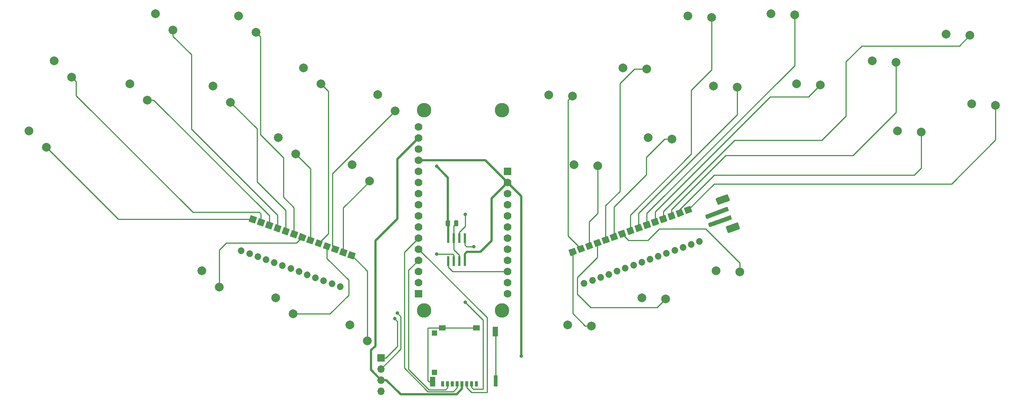
<source format=gbr>
G04 #@! TF.GenerationSoftware,KiCad,Pcbnew,5.1.5*
G04 #@! TF.CreationDate,2020-05-14T17:03:41-05:00*
G04 #@! TF.ProjectId,steno-v2,7374656e-6f2d-4763-922e-6b696361645f,rev?*
G04 #@! TF.SameCoordinates,Original*
G04 #@! TF.FileFunction,Copper,L1,Top*
G04 #@! TF.FilePolarity,Positive*
%FSLAX46Y46*%
G04 Gerber Fmt 4.6, Leading zero omitted, Abs format (unit mm)*
G04 Created by KiCad (PCBNEW 5.1.5) date 2020-05-14 17:03:41*
%MOMM*%
%LPD*%
G04 APERTURE LIST*
%ADD10C,2.000000*%
%ADD11O,1.700000X1.700000*%
%ADD12R,1.700000X1.700000*%
%ADD13R,1.500000X1.150000*%
%ADD14R,1.150000X2.200000*%
%ADD15R,1.160000X1.200000*%
%ADD16R,1.160000X1.250000*%
%ADD17R,0.950000X2.500000*%
%ADD18R,0.800000X1.240000*%
%ADD19R,0.600000X2.200000*%
%ADD20C,0.100000*%
%ADD21C,1.500000*%
%ADD22C,1.778000*%
%ADD23R,1.778000X1.778000*%
%ADD24C,3.302000*%
%ADD25C,0.800000*%
%ADD26C,0.254000*%
%ADD27C,0.508000*%
G04 APERTURE END LIST*
D10*
X197202217Y-47550001D03*
X191785511Y-47286748D03*
X271016449Y-39839018D03*
X265599743Y-39575765D03*
X265202108Y-23864243D03*
X259785402Y-23600990D03*
X212636170Y-77916165D03*
X207219464Y-77652912D03*
X195721702Y-84072528D03*
X190304996Y-83809275D03*
X178807235Y-90228890D03*
X173390529Y-89965637D03*
X127691662Y-93651060D03*
X123711441Y-89967605D03*
X110777195Y-87494697D03*
X106796974Y-83811242D03*
X93862728Y-81338334D03*
X89882507Y-77654879D03*
X254101983Y-45995380D03*
X248685277Y-45732127D03*
X231031152Y-35237277D03*
X225614446Y-34974024D03*
X212064565Y-35755482D03*
X206647859Y-35492229D03*
X180287750Y-53706363D03*
X174871044Y-53443110D03*
X128208140Y-57119269D03*
X124227919Y-53435814D03*
X111296633Y-50967508D03*
X107316412Y-47284053D03*
X96434287Y-39172989D03*
X92454066Y-35489534D03*
X77467699Y-38654782D03*
X73487478Y-34971327D03*
X54396869Y-49412887D03*
X50416648Y-45729432D03*
X248287640Y-30020606D03*
X242870934Y-29757353D03*
X225216810Y-19262501D03*
X219800104Y-18999248D03*
X206250222Y-19780708D03*
X200833516Y-19517455D03*
X191387875Y-31575227D03*
X185971169Y-31311974D03*
X174473408Y-37731589D03*
X169056702Y-37468336D03*
X134025443Y-41149095D03*
X130045222Y-37465640D03*
X117110975Y-34992732D03*
X113130754Y-31309277D03*
X102248630Y-23198215D03*
X98268409Y-19514760D03*
X83282042Y-22680008D03*
X79301821Y-18996553D03*
X60211212Y-33438113D03*
X56230991Y-29754658D03*
D11*
X130800000Y-105120000D03*
X130800000Y-102580000D03*
X130800000Y-100040000D03*
D12*
X130800000Y-97500000D03*
D13*
X144760000Y-90700000D03*
X152540000Y-90700000D03*
D14*
X156845000Y-91495000D03*
D15*
X142960000Y-91825000D03*
D16*
X142960000Y-100825000D03*
D14*
X142555000Y-102975000D03*
D17*
X156945000Y-102825000D03*
D18*
X144900000Y-103455000D03*
X146000000Y-103455000D03*
X147100000Y-103455000D03*
X148200000Y-103455000D03*
X149300000Y-103455000D03*
X150400000Y-103455000D03*
X151500000Y-103455000D03*
X152600000Y-103455000D03*
D19*
X149905000Y-75400000D03*
X149905000Y-70200000D03*
X148635000Y-75400000D03*
X148635000Y-70200000D03*
X147365000Y-75400000D03*
X147365000Y-70200000D03*
X146095000Y-75400000D03*
X146095000Y-70200000D03*
G04 #@! TA.AperFunction,SMDPad,CuDef*
D20*
G36*
X146330142Y-66101174D02*
G01*
X146353803Y-66104684D01*
X146377007Y-66110496D01*
X146399529Y-66118554D01*
X146421153Y-66128782D01*
X146441670Y-66141079D01*
X146460883Y-66155329D01*
X146478607Y-66171393D01*
X146494671Y-66189117D01*
X146508921Y-66208330D01*
X146521218Y-66228847D01*
X146531446Y-66250471D01*
X146539504Y-66272993D01*
X146545316Y-66296197D01*
X146548826Y-66319858D01*
X146550000Y-66343750D01*
X146550000Y-67256250D01*
X146548826Y-67280142D01*
X146545316Y-67303803D01*
X146539504Y-67327007D01*
X146531446Y-67349529D01*
X146521218Y-67371153D01*
X146508921Y-67391670D01*
X146494671Y-67410883D01*
X146478607Y-67428607D01*
X146460883Y-67444671D01*
X146441670Y-67458921D01*
X146421153Y-67471218D01*
X146399529Y-67481446D01*
X146377007Y-67489504D01*
X146353803Y-67495316D01*
X146330142Y-67498826D01*
X146306250Y-67500000D01*
X145818750Y-67500000D01*
X145794858Y-67498826D01*
X145771197Y-67495316D01*
X145747993Y-67489504D01*
X145725471Y-67481446D01*
X145703847Y-67471218D01*
X145683330Y-67458921D01*
X145664117Y-67444671D01*
X145646393Y-67428607D01*
X145630329Y-67410883D01*
X145616079Y-67391670D01*
X145603782Y-67371153D01*
X145593554Y-67349529D01*
X145585496Y-67327007D01*
X145579684Y-67303803D01*
X145576174Y-67280142D01*
X145575000Y-67256250D01*
X145575000Y-66343750D01*
X145576174Y-66319858D01*
X145579684Y-66296197D01*
X145585496Y-66272993D01*
X145593554Y-66250471D01*
X145603782Y-66228847D01*
X145616079Y-66208330D01*
X145630329Y-66189117D01*
X145646393Y-66171393D01*
X145664117Y-66155329D01*
X145683330Y-66141079D01*
X145703847Y-66128782D01*
X145725471Y-66118554D01*
X145747993Y-66110496D01*
X145771197Y-66104684D01*
X145794858Y-66101174D01*
X145818750Y-66100000D01*
X146306250Y-66100000D01*
X146330142Y-66101174D01*
G37*
G04 #@! TD.AperFunction*
G04 #@! TA.AperFunction,SMDPad,CuDef*
G36*
X148205142Y-66101174D02*
G01*
X148228803Y-66104684D01*
X148252007Y-66110496D01*
X148274529Y-66118554D01*
X148296153Y-66128782D01*
X148316670Y-66141079D01*
X148335883Y-66155329D01*
X148353607Y-66171393D01*
X148369671Y-66189117D01*
X148383921Y-66208330D01*
X148396218Y-66228847D01*
X148406446Y-66250471D01*
X148414504Y-66272993D01*
X148420316Y-66296197D01*
X148423826Y-66319858D01*
X148425000Y-66343750D01*
X148425000Y-67256250D01*
X148423826Y-67280142D01*
X148420316Y-67303803D01*
X148414504Y-67327007D01*
X148406446Y-67349529D01*
X148396218Y-67371153D01*
X148383921Y-67391670D01*
X148369671Y-67410883D01*
X148353607Y-67428607D01*
X148335883Y-67444671D01*
X148316670Y-67458921D01*
X148296153Y-67471218D01*
X148274529Y-67481446D01*
X148252007Y-67489504D01*
X148228803Y-67495316D01*
X148205142Y-67498826D01*
X148181250Y-67500000D01*
X147693750Y-67500000D01*
X147669858Y-67498826D01*
X147646197Y-67495316D01*
X147622993Y-67489504D01*
X147600471Y-67481446D01*
X147578847Y-67471218D01*
X147558330Y-67458921D01*
X147539117Y-67444671D01*
X147521393Y-67428607D01*
X147505329Y-67410883D01*
X147491079Y-67391670D01*
X147478782Y-67371153D01*
X147468554Y-67349529D01*
X147460496Y-67327007D01*
X147454684Y-67303803D01*
X147451174Y-67280142D01*
X147450000Y-67256250D01*
X147450000Y-66343750D01*
X147451174Y-66319858D01*
X147454684Y-66296197D01*
X147460496Y-66272993D01*
X147468554Y-66250471D01*
X147478782Y-66228847D01*
X147491079Y-66208330D01*
X147505329Y-66189117D01*
X147521393Y-66171393D01*
X147539117Y-66155329D01*
X147558330Y-66141079D01*
X147578847Y-66128782D01*
X147600471Y-66118554D01*
X147622993Y-66110496D01*
X147646197Y-66104684D01*
X147669858Y-66101174D01*
X147693750Y-66100000D01*
X148181250Y-66100000D01*
X148205142Y-66101174D01*
G37*
G04 #@! TD.AperFunction*
D21*
X203461154Y-70925335D02*
X203461154Y-70925335D01*
G04 #@! TA.AperFunction,ComponentPad*
D20*
G36*
X199893676Y-63316623D02*
G01*
X201303215Y-62803592D01*
X201816246Y-64213131D01*
X200406707Y-64726162D01*
X199893676Y-63316623D01*
G37*
G04 #@! TD.AperFunction*
D21*
X197822998Y-72977456D02*
X197822998Y-72977456D01*
G04 #@! TA.AperFunction,ComponentPad*
D20*
G36*
X194255520Y-65368744D02*
G01*
X195665059Y-64855713D01*
X196178090Y-66265252D01*
X194768551Y-66778283D01*
X194255520Y-65368744D01*
G37*
G04 #@! TD.AperFunction*
D21*
X188426072Y-76397657D02*
X188426072Y-76397657D01*
G04 #@! TA.AperFunction,ComponentPad*
D20*
G36*
X184858594Y-68788945D02*
G01*
X186268133Y-68275914D01*
X186781164Y-69685453D01*
X185371625Y-70198484D01*
X184858594Y-68788945D01*
G37*
G04 #@! TD.AperFunction*
D21*
X182787916Y-78449778D02*
X182787916Y-78449778D01*
G04 #@! TA.AperFunction,ComponentPad*
D20*
G36*
X179220438Y-70841066D02*
G01*
X180629977Y-70328035D01*
X181143008Y-71737574D01*
X179733469Y-72250605D01*
X179220438Y-70841066D01*
G37*
G04 #@! TD.AperFunction*
D21*
X177149760Y-80501899D02*
X177149760Y-80501899D01*
G04 #@! TA.AperFunction,ComponentPad*
D20*
G36*
X173582282Y-72893187D02*
G01*
X174991821Y-72380156D01*
X175504852Y-73789695D01*
X174095313Y-74302726D01*
X173582282Y-72893187D01*
G37*
G04 #@! TD.AperFunction*
D21*
X121478996Y-81271686D02*
X121478996Y-81271686D01*
G04 #@! TA.AperFunction,ComponentPad*
D20*
G36*
X123636935Y-73149943D02*
G01*
X125046474Y-73662974D01*
X124533443Y-75072513D01*
X123123904Y-74559482D01*
X123636935Y-73149943D01*
G37*
G04 #@! TD.AperFunction*
D21*
X115840840Y-79219565D02*
X115840840Y-79219565D01*
G04 #@! TA.AperFunction,ComponentPad*
D20*
G36*
X117998779Y-71097822D02*
G01*
X119408318Y-71610853D01*
X118895287Y-73020392D01*
X117485748Y-72507361D01*
X117998779Y-71097822D01*
G37*
G04 #@! TD.AperFunction*
D21*
X110202685Y-77167444D02*
X110202685Y-77167444D01*
G04 #@! TA.AperFunction,ComponentPad*
D20*
G36*
X112360624Y-69045701D02*
G01*
X113770163Y-69558732D01*
X113257132Y-70968271D01*
X111847593Y-70455240D01*
X112360624Y-69045701D01*
G37*
G04 #@! TD.AperFunction*
D21*
X201581768Y-71609376D02*
X201581768Y-71609376D01*
G04 #@! TA.AperFunction,ComponentPad*
D20*
G36*
X198014290Y-64000664D02*
G01*
X199423829Y-63487633D01*
X199936860Y-64897172D01*
X198527321Y-65410203D01*
X198014290Y-64000664D01*
G37*
G04 #@! TD.AperFunction*
D21*
X195943613Y-73661496D02*
X195943613Y-73661496D01*
G04 #@! TA.AperFunction,ComponentPad*
D20*
G36*
X192376135Y-66052784D02*
G01*
X193785674Y-65539753D01*
X194298705Y-66949292D01*
X192889166Y-67462323D01*
X192376135Y-66052784D01*
G37*
G04 #@! TD.AperFunction*
D21*
X192184842Y-75029577D02*
X192184842Y-75029577D01*
G04 #@! TA.AperFunction,ComponentPad*
D20*
G36*
X188617364Y-67420865D02*
G01*
X190026903Y-66907834D01*
X190539934Y-68317373D01*
X189130395Y-68830404D01*
X188617364Y-67420865D01*
G37*
G04 #@! TD.AperFunction*
D21*
X186546686Y-77081698D02*
X186546686Y-77081698D01*
G04 #@! TA.AperFunction,ComponentPad*
D20*
G36*
X182979208Y-69472986D02*
G01*
X184388747Y-68959955D01*
X184901778Y-70369494D01*
X183492239Y-70882525D01*
X182979208Y-69472986D01*
G37*
G04 #@! TD.AperFunction*
D21*
X180908530Y-79133819D02*
X180908530Y-79133819D01*
G04 #@! TA.AperFunction,ComponentPad*
D20*
G36*
X177341052Y-71525107D02*
G01*
X178750591Y-71012076D01*
X179263622Y-72421615D01*
X177854083Y-72934646D01*
X177341052Y-71525107D01*
G37*
G04 #@! TD.AperFunction*
D21*
X119599611Y-80587646D02*
X119599611Y-80587646D01*
G04 #@! TA.AperFunction,ComponentPad*
D20*
G36*
X121757550Y-72465903D02*
G01*
X123167089Y-72978934D01*
X122654058Y-74388473D01*
X121244519Y-73875442D01*
X121757550Y-72465903D01*
G37*
G04 #@! TD.AperFunction*
D21*
X112082070Y-77851485D02*
X112082070Y-77851485D01*
G04 #@! TA.AperFunction,ComponentPad*
D20*
G36*
X114240009Y-69729742D02*
G01*
X115649548Y-70242773D01*
X115136517Y-71652312D01*
X113726978Y-71139281D01*
X114240009Y-69729742D01*
G37*
G04 #@! TD.AperFunction*
D21*
X106443914Y-75799364D02*
X106443914Y-75799364D01*
G04 #@! TA.AperFunction,ComponentPad*
D20*
G36*
X108601853Y-67677621D02*
G01*
X110011392Y-68190652D01*
X109498361Y-69600191D01*
X108088822Y-69087160D01*
X108601853Y-67677621D01*
G37*
G04 #@! TD.AperFunction*
D21*
X102685144Y-74431283D02*
X102685144Y-74431283D01*
G04 #@! TA.AperFunction,ComponentPad*
D20*
G36*
X104843083Y-66309540D02*
G01*
X106252622Y-66822571D01*
X105739591Y-68232110D01*
X104330052Y-67719079D01*
X104843083Y-66309540D01*
G37*
G04 #@! TD.AperFunction*
D21*
X98926373Y-73063203D02*
X98926373Y-73063203D01*
G04 #@! TA.AperFunction,ComponentPad*
D20*
G36*
X101084312Y-64941460D02*
G01*
X102493851Y-65454491D01*
X101980820Y-66864030D01*
X100571281Y-66350999D01*
X101084312Y-64941460D01*
G37*
G04 #@! TD.AperFunction*
D21*
X199702383Y-72293416D02*
X199702383Y-72293416D01*
G04 #@! TA.AperFunction,ComponentPad*
D20*
G36*
X196134905Y-64684704D02*
G01*
X197544444Y-64171673D01*
X198057475Y-65581212D01*
X196647936Y-66094243D01*
X196134905Y-64684704D01*
G37*
G04 #@! TD.AperFunction*
D21*
X194064227Y-74345536D02*
X194064227Y-74345536D01*
G04 #@! TA.AperFunction,ComponentPad*
D20*
G36*
X190496749Y-66736824D02*
G01*
X191906288Y-66223793D01*
X192419319Y-67633332D01*
X191009780Y-68146363D01*
X190496749Y-66736824D01*
G37*
G04 #@! TD.AperFunction*
D21*
X190305457Y-75713617D02*
X190305457Y-75713617D01*
G04 #@! TA.AperFunction,ComponentPad*
D20*
G36*
X186737979Y-68104905D02*
G01*
X188147518Y-67591874D01*
X188660549Y-69001413D01*
X187251010Y-69514444D01*
X186737979Y-68104905D01*
G37*
G04 #@! TD.AperFunction*
D21*
X184667301Y-77765738D02*
X184667301Y-77765738D01*
G04 #@! TA.AperFunction,ComponentPad*
D20*
G36*
X181099823Y-70157026D02*
G01*
X182509362Y-69643995D01*
X183022393Y-71053534D01*
X181612854Y-71566565D01*
X181099823Y-70157026D01*
G37*
G04 #@! TD.AperFunction*
D21*
X179029145Y-79817859D02*
X179029145Y-79817859D01*
G04 #@! TA.AperFunction,ComponentPad*
D20*
G36*
X175461667Y-72209147D02*
G01*
X176871206Y-71696116D01*
X177384237Y-73105655D01*
X175974698Y-73618686D01*
X175461667Y-72209147D01*
G37*
G04 #@! TD.AperFunction*
D21*
X117720226Y-79903605D02*
X117720226Y-79903605D01*
G04 #@! TA.AperFunction,ComponentPad*
D20*
G36*
X119878165Y-71781862D02*
G01*
X121287704Y-72294893D01*
X120774673Y-73704432D01*
X119365134Y-73191401D01*
X119878165Y-71781862D01*
G37*
G04 #@! TD.AperFunction*
D21*
X113961455Y-78535525D02*
X113961455Y-78535525D01*
G04 #@! TA.AperFunction,ComponentPad*
D20*
G36*
X116119394Y-70413782D02*
G01*
X117528933Y-70926813D01*
X117015902Y-72336352D01*
X115606363Y-71823321D01*
X116119394Y-70413782D01*
G37*
G04 #@! TD.AperFunction*
D21*
X108323299Y-76483404D02*
X108323299Y-76483404D01*
G04 #@! TA.AperFunction,ComponentPad*
D20*
G36*
X110481238Y-68361661D02*
G01*
X111890777Y-68874692D01*
X111377746Y-70284231D01*
X109968207Y-69771200D01*
X110481238Y-68361661D01*
G37*
G04 #@! TD.AperFunction*
D21*
X104564529Y-75115323D02*
X104564529Y-75115323D01*
G04 #@! TA.AperFunction,ComponentPad*
D20*
G36*
X106722468Y-66993580D02*
G01*
X108132007Y-67506611D01*
X107618976Y-68916150D01*
X106209437Y-68403119D01*
X106722468Y-66993580D01*
G37*
G04 #@! TD.AperFunction*
D21*
X100805758Y-73747243D02*
X100805758Y-73747243D01*
G04 #@! TA.AperFunction,ComponentPad*
D20*
G36*
X102963697Y-65625500D02*
G01*
X104373236Y-66138531D01*
X103860205Y-67548070D01*
X102450666Y-67035039D01*
X102963697Y-65625500D01*
G37*
G04 #@! TD.AperFunction*
G04 #@! TA.AperFunction,SMDPad,CuDef*
G36*
X212129169Y-66604573D02*
G01*
X212153258Y-66609228D01*
X212176773Y-66616222D01*
X212199491Y-66625487D01*
X212221190Y-66636934D01*
X212241663Y-66650453D01*
X212260713Y-66665913D01*
X212278155Y-66683166D01*
X212293823Y-66702046D01*
X212307564Y-66722371D01*
X212319247Y-66743944D01*
X212328759Y-66766559D01*
X212704981Y-67800221D01*
X212712231Y-67823659D01*
X212717148Y-67847695D01*
X212719686Y-67872097D01*
X212719820Y-67896631D01*
X212717549Y-67921059D01*
X212712894Y-67945148D01*
X212705900Y-67968663D01*
X212696635Y-67991381D01*
X212685188Y-68013080D01*
X212671669Y-68033553D01*
X212656209Y-68052603D01*
X212638956Y-68070045D01*
X212620076Y-68085713D01*
X212599751Y-68099454D01*
X212578178Y-68111137D01*
X212555563Y-68120649D01*
X210206331Y-68975699D01*
X210182893Y-68982949D01*
X210158857Y-68987866D01*
X210134455Y-68990404D01*
X210109921Y-68990538D01*
X210085493Y-68988267D01*
X210061404Y-68983612D01*
X210037889Y-68976618D01*
X210015171Y-68967353D01*
X209993472Y-68955906D01*
X209972999Y-68942387D01*
X209953949Y-68926927D01*
X209936507Y-68909674D01*
X209920839Y-68890794D01*
X209907098Y-68870469D01*
X209895415Y-68848896D01*
X209885903Y-68826281D01*
X209509681Y-67792619D01*
X209502431Y-67769181D01*
X209497514Y-67745145D01*
X209494976Y-67720743D01*
X209494842Y-67696209D01*
X209497113Y-67671781D01*
X209501768Y-67647692D01*
X209508762Y-67624177D01*
X209518027Y-67601459D01*
X209529474Y-67579760D01*
X209542993Y-67559287D01*
X209558453Y-67540237D01*
X209575706Y-67522795D01*
X209594586Y-67507127D01*
X209614911Y-67493386D01*
X209636484Y-67481703D01*
X209659099Y-67472191D01*
X212008331Y-66617141D01*
X212031769Y-66609891D01*
X212055805Y-66604974D01*
X212080207Y-66602436D01*
X212104741Y-66602302D01*
X212129169Y-66604573D01*
G37*
G04 #@! TD.AperFunction*
G04 #@! TA.AperFunction,SMDPad,CuDef*
G36*
X209803432Y-60214663D02*
G01*
X209827521Y-60219318D01*
X209851036Y-60226312D01*
X209873754Y-60235577D01*
X209895453Y-60247024D01*
X209915926Y-60260543D01*
X209934976Y-60276003D01*
X209952418Y-60293256D01*
X209968086Y-60312136D01*
X209981827Y-60332461D01*
X209993510Y-60354034D01*
X210003022Y-60376649D01*
X210379244Y-61410311D01*
X210386494Y-61433749D01*
X210391411Y-61457785D01*
X210393949Y-61482187D01*
X210394083Y-61506721D01*
X210391812Y-61531149D01*
X210387157Y-61555238D01*
X210380163Y-61578753D01*
X210370898Y-61601471D01*
X210359451Y-61623170D01*
X210345932Y-61643643D01*
X210330472Y-61662693D01*
X210313219Y-61680135D01*
X210294339Y-61695803D01*
X210274014Y-61709544D01*
X210252441Y-61721227D01*
X210229826Y-61730739D01*
X207880594Y-62585789D01*
X207857156Y-62593039D01*
X207833120Y-62597956D01*
X207808718Y-62600494D01*
X207784184Y-62600628D01*
X207759756Y-62598357D01*
X207735667Y-62593702D01*
X207712152Y-62586708D01*
X207689434Y-62577443D01*
X207667735Y-62565996D01*
X207647262Y-62552477D01*
X207628212Y-62537017D01*
X207610770Y-62519764D01*
X207595102Y-62500884D01*
X207581361Y-62480559D01*
X207569678Y-62458986D01*
X207560166Y-62436371D01*
X207183944Y-61402709D01*
X207176694Y-61379271D01*
X207171777Y-61355235D01*
X207169239Y-61330833D01*
X207169105Y-61306299D01*
X207171376Y-61281871D01*
X207176031Y-61257782D01*
X207183025Y-61234267D01*
X207192290Y-61211549D01*
X207203737Y-61189850D01*
X207217256Y-61169377D01*
X207232716Y-61150327D01*
X207249969Y-61132885D01*
X207268849Y-61117217D01*
X207289174Y-61103476D01*
X207310747Y-61091793D01*
X207333362Y-61082281D01*
X209682594Y-60227231D01*
X209706032Y-60219981D01*
X209730068Y-60215064D01*
X209754470Y-60212526D01*
X209779004Y-60212392D01*
X209803432Y-60214663D01*
G37*
G04 #@! TD.AperFunction*
G04 #@! TA.AperFunction,SMDPad,CuDef*
G36*
X210471234Y-64973238D02*
G01*
X210495322Y-64977893D01*
X210518838Y-64984887D01*
X210541556Y-64994152D01*
X210563255Y-65005599D01*
X210583728Y-65019118D01*
X210602778Y-65034578D01*
X210620220Y-65051831D01*
X210635888Y-65070711D01*
X210649629Y-65091036D01*
X210661312Y-65112609D01*
X210670824Y-65135224D01*
X210841834Y-65605071D01*
X210849084Y-65628509D01*
X210854001Y-65652545D01*
X210856539Y-65676948D01*
X210856673Y-65701481D01*
X210854401Y-65725909D01*
X210849746Y-65749998D01*
X210842753Y-65773514D01*
X210833488Y-65796231D01*
X210822041Y-65817930D01*
X210808522Y-65838404D01*
X210793062Y-65857453D01*
X210775808Y-65874895D01*
X210756929Y-65890563D01*
X210736604Y-65904304D01*
X210715031Y-65915987D01*
X210692416Y-65925499D01*
X205993952Y-67635600D01*
X205970514Y-67642850D01*
X205946478Y-67647767D01*
X205922076Y-67650305D01*
X205897542Y-67650439D01*
X205873114Y-67648168D01*
X205849026Y-67643513D01*
X205825510Y-67636519D01*
X205802792Y-67627254D01*
X205781093Y-67615807D01*
X205760620Y-67602288D01*
X205741570Y-67586828D01*
X205724128Y-67569575D01*
X205708460Y-67550695D01*
X205694719Y-67530370D01*
X205683036Y-67508797D01*
X205673524Y-67486182D01*
X205502514Y-67016335D01*
X205495264Y-66992897D01*
X205490347Y-66968861D01*
X205487809Y-66944458D01*
X205487675Y-66919925D01*
X205489947Y-66895497D01*
X205494602Y-66871408D01*
X205501595Y-66847892D01*
X205510860Y-66825175D01*
X205522307Y-66803476D01*
X205535826Y-66783002D01*
X205551286Y-66763953D01*
X205568540Y-66746511D01*
X205587419Y-66730843D01*
X205607744Y-66717102D01*
X205629317Y-66705419D01*
X205651932Y-66695907D01*
X210350396Y-64985806D01*
X210373834Y-64978556D01*
X210397870Y-64973639D01*
X210422272Y-64971101D01*
X210446806Y-64970967D01*
X210471234Y-64973238D01*
G37*
G04 #@! TD.AperFunction*
G04 #@! TA.AperFunction,SMDPad,CuDef*
G36*
X209787194Y-63093852D02*
G01*
X209811282Y-63098507D01*
X209834798Y-63105501D01*
X209857516Y-63114766D01*
X209879215Y-63126213D01*
X209899688Y-63139732D01*
X209918738Y-63155192D01*
X209936180Y-63172445D01*
X209951848Y-63191325D01*
X209965589Y-63211650D01*
X209977272Y-63233223D01*
X209986784Y-63255838D01*
X210157794Y-63725685D01*
X210165044Y-63749123D01*
X210169961Y-63773159D01*
X210172499Y-63797562D01*
X210172633Y-63822095D01*
X210170361Y-63846523D01*
X210165706Y-63870612D01*
X210158713Y-63894128D01*
X210149448Y-63916845D01*
X210138001Y-63938544D01*
X210124482Y-63959018D01*
X210109022Y-63978067D01*
X210091768Y-63995509D01*
X210072889Y-64011177D01*
X210052564Y-64024918D01*
X210030991Y-64036601D01*
X210008376Y-64046113D01*
X205309912Y-65756214D01*
X205286474Y-65763464D01*
X205262438Y-65768381D01*
X205238036Y-65770919D01*
X205213502Y-65771053D01*
X205189074Y-65768782D01*
X205164986Y-65764127D01*
X205141470Y-65757133D01*
X205118752Y-65747868D01*
X205097053Y-65736421D01*
X205076580Y-65722902D01*
X205057530Y-65707442D01*
X205040088Y-65690189D01*
X205024420Y-65671309D01*
X205010679Y-65650984D01*
X204998996Y-65629411D01*
X204989484Y-65606796D01*
X204818474Y-65136949D01*
X204811224Y-65113511D01*
X204806307Y-65089475D01*
X204803769Y-65065072D01*
X204803635Y-65040539D01*
X204805907Y-65016111D01*
X204810562Y-64992022D01*
X204817555Y-64968506D01*
X204826820Y-64945789D01*
X204838267Y-64924090D01*
X204851786Y-64903616D01*
X204867246Y-64884567D01*
X204884500Y-64867125D01*
X204903379Y-64851457D01*
X204923704Y-64837716D01*
X204945277Y-64826033D01*
X204967892Y-64816521D01*
X209666356Y-63106420D01*
X209689794Y-63099170D01*
X209713830Y-63094253D01*
X209738232Y-63091715D01*
X209762766Y-63091581D01*
X209787194Y-63093852D01*
G37*
G04 #@! TD.AperFunction*
D22*
X159660000Y-82850000D03*
X159660000Y-80310000D03*
X159660000Y-77770000D03*
X159660000Y-75230000D03*
X159660000Y-72690000D03*
X159660000Y-70150000D03*
X159660000Y-67610000D03*
X159660000Y-65070000D03*
X159660000Y-62530000D03*
X159660000Y-59990000D03*
D23*
X159660000Y-54910000D03*
D22*
X159660000Y-57450000D03*
D23*
X139340000Y-82850000D03*
D22*
X139340000Y-80310000D03*
X139340000Y-77770000D03*
X139340000Y-75230000D03*
X139340000Y-72690000D03*
X139340000Y-70150000D03*
X139340000Y-67610000D03*
X139340000Y-65070000D03*
X139340000Y-62530000D03*
X139340000Y-59990000D03*
X139340000Y-57450000D03*
X139340000Y-54910000D03*
X139340000Y-52370000D03*
X139340000Y-49830000D03*
X139340000Y-47290000D03*
X139340000Y-44750000D03*
D24*
X158390000Y-86660000D03*
X140610000Y-86660000D03*
X140610000Y-40940000D03*
X158390000Y-40940000D03*
D25*
X207488134Y-64431317D03*
X162800000Y-97100000D03*
X147100000Y-103400000D03*
X208172174Y-66310703D03*
X143500000Y-53800000D03*
X134500000Y-87300000D03*
X133900000Y-88600000D03*
X152540000Y-90700000D03*
X156845000Y-91495000D03*
X143500000Y-73800000D03*
X150000000Y-64800000D03*
X152000000Y-72100000D03*
X150000000Y-84800000D03*
D26*
X61211211Y-37653278D02*
X87857933Y-64300000D01*
X60211212Y-33438113D02*
X61211211Y-34438112D01*
X61211211Y-34438112D02*
X61211211Y-37653278D01*
X87857933Y-64300000D02*
X103000000Y-64300000D01*
X103411951Y-64711951D02*
X103411951Y-66586785D01*
X103000000Y-64300000D02*
X103411951Y-64711951D01*
X83282042Y-24094221D02*
X87500000Y-28312179D01*
X83282042Y-22680008D02*
X83282042Y-24094221D01*
X87500000Y-28312179D02*
X87500000Y-45300000D01*
X107170722Y-64970722D02*
X107170722Y-67954865D01*
X87500000Y-45300000D02*
X107170722Y-64970722D01*
X103248629Y-24198214D02*
X103248629Y-46548629D01*
X102248630Y-23198215D02*
X103248629Y-24198214D01*
X103248629Y-46548629D02*
X108500000Y-51800000D01*
X108500000Y-51800000D02*
X108500000Y-60800000D01*
X110929492Y-63229492D02*
X110929492Y-69322946D01*
X108500000Y-60800000D02*
X110929492Y-63229492D01*
X117110975Y-34992732D02*
X118800000Y-36681757D01*
X118800000Y-69142715D02*
X116567648Y-71375067D01*
X118800000Y-36681757D02*
X118800000Y-69142715D01*
X119741265Y-55433273D02*
X134025443Y-41149095D01*
X120326419Y-72743147D02*
X119741265Y-72157993D01*
X119741265Y-72157993D02*
X119741265Y-55433273D01*
X175837798Y-72072247D02*
X176422952Y-72657401D01*
X173473409Y-69707858D02*
X175837798Y-72072247D01*
X173473409Y-38731588D02*
X173473409Y-69707858D01*
X174473408Y-37731589D02*
X173473409Y-38731588D01*
X191387875Y-31575227D02*
X188924773Y-31575227D01*
X188924773Y-31575227D02*
X188624773Y-31575227D01*
X188624773Y-31575227D02*
X185300000Y-34900000D01*
X185300000Y-34900000D02*
X185300000Y-59500000D01*
X182061108Y-62738892D02*
X185300000Y-59500000D01*
X182061108Y-70605280D02*
X182061108Y-62738892D01*
X201600000Y-51000000D02*
X187699264Y-64900736D01*
X187699264Y-64900736D02*
X187699264Y-68553159D01*
X201600000Y-36400000D02*
X201600000Y-51000000D01*
X206250222Y-19780708D02*
X206250222Y-31749778D01*
X206250222Y-31749778D02*
X201600000Y-36400000D01*
X225216810Y-19262501D02*
X225216810Y-30783190D01*
X191458034Y-64541966D02*
X191458034Y-67185078D01*
X225216810Y-30783190D02*
X191458034Y-64541966D01*
X197096190Y-65132958D02*
X197096190Y-63703810D01*
X197096190Y-63703810D02*
X209500000Y-51300000D01*
X209500000Y-51300000D02*
X238500000Y-51300000D01*
X248287640Y-41512360D02*
X248287640Y-30020606D01*
X238500000Y-51300000D02*
X248287640Y-41512360D01*
X70886727Y-65902745D02*
X101532566Y-65902745D01*
X54396869Y-49412887D02*
X70886727Y-65902745D01*
X105291337Y-66472692D02*
X105291337Y-67270825D01*
X105291337Y-65064207D02*
X105291337Y-66472692D01*
X78881912Y-38654782D02*
X105291337Y-65064207D01*
X77467699Y-38654782D02*
X78881912Y-38654782D01*
X96434287Y-39172989D02*
X102500000Y-45238702D01*
X102500000Y-45238702D02*
X102500000Y-57300000D01*
X109050107Y-63850107D02*
X109050107Y-68638906D01*
X102500000Y-57300000D02*
X109050107Y-63850107D01*
X114688263Y-54359138D02*
X111296633Y-50967508D01*
X114688263Y-70691027D02*
X114688263Y-54359138D01*
X128208140Y-57119269D02*
X128319269Y-57119269D01*
X122205804Y-63232734D02*
X122205804Y-73427188D01*
X128319269Y-57119269D02*
X122205804Y-63232734D01*
X180287750Y-53706363D02*
X180287750Y-64512250D01*
X178302337Y-66497663D02*
X178302337Y-71973361D01*
X180287750Y-64512250D02*
X178302337Y-66497663D01*
X183940493Y-69921240D02*
X183940493Y-63059507D01*
X183940493Y-63059507D02*
X191300000Y-55700000D01*
X191300000Y-55700000D02*
X191300000Y-51700000D01*
X195449999Y-47550001D02*
X197202217Y-47550001D01*
X191300000Y-51700000D02*
X195449999Y-47550001D01*
X189578649Y-67869119D02*
X189578649Y-64521351D01*
X212064565Y-42035435D02*
X212064565Y-35755482D01*
X189578649Y-64521351D02*
X212064565Y-42035435D01*
D27*
X154580000Y-52370000D02*
X159660000Y-57450000D01*
X139340000Y-52370000D02*
X154580000Y-52370000D01*
X149905000Y-73792000D02*
X150397000Y-73300000D01*
X149905000Y-75400000D02*
X149905000Y-73792000D01*
X150397000Y-73300000D02*
X153500000Y-73300000D01*
X153500000Y-73300000D02*
X156000000Y-70800000D01*
X156000000Y-61110000D02*
X159660000Y-57450000D01*
X156000000Y-70800000D02*
X156000000Y-61110000D01*
X162800000Y-60590000D02*
X159660000Y-57450000D01*
X162800000Y-97100000D02*
X162800000Y-60590000D01*
X147100000Y-103455000D02*
X147100000Y-103400000D01*
D26*
X198975575Y-63650785D02*
X206826360Y-55800000D01*
X198975575Y-64448918D02*
X198975575Y-63650785D01*
X206826360Y-55800000D02*
X252500000Y-55800000D01*
X254101983Y-54198017D02*
X254101983Y-45995380D01*
X252500000Y-55800000D02*
X254101983Y-54198017D01*
X93862728Y-81338334D02*
X93862728Y-72937272D01*
X93862728Y-72937272D02*
X95500000Y-71300000D01*
X111515864Y-71300000D02*
X112808878Y-70006986D01*
X95500000Y-71300000D02*
X111515864Y-71300000D01*
X193337420Y-64162580D02*
X193337420Y-66501038D01*
X219600000Y-37900000D02*
X193337420Y-64162580D01*
X231031152Y-35237277D02*
X228368429Y-37900000D01*
X228368429Y-37900000D02*
X219600000Y-37900000D01*
X110777195Y-87494697D02*
X119105303Y-87494697D01*
X119105303Y-87494697D02*
X123400000Y-83200000D01*
X123400000Y-83200000D02*
X123400000Y-79800000D01*
X118447033Y-74847033D02*
X118447033Y-72059107D01*
X123400000Y-79800000D02*
X118447033Y-74847033D01*
X127691662Y-77717701D02*
X124085189Y-74111228D01*
X127691662Y-93651060D02*
X127691662Y-77717701D01*
X174543567Y-74139574D02*
X174543567Y-73341441D01*
X174543567Y-87379435D02*
X174543567Y-74139574D01*
X177393022Y-90228890D02*
X174543567Y-87379435D01*
X178807235Y-90228890D02*
X177393022Y-90228890D01*
X180181723Y-71289320D02*
X180181723Y-74618277D01*
X180181723Y-74618277D02*
X175600000Y-79200000D01*
X175600000Y-79200000D02*
X175600000Y-83000000D01*
X175600000Y-83000000D02*
X178600000Y-86000000D01*
X193794230Y-86000000D02*
X195721702Y-84072528D01*
X178600000Y-86000000D02*
X193794230Y-86000000D01*
X212636170Y-77916165D02*
X212636170Y-75836170D01*
X212636170Y-75836170D02*
X204900000Y-68100000D01*
X204900000Y-68100000D02*
X194300000Y-68100000D01*
X194300000Y-68100000D02*
X191700000Y-70700000D01*
X187282680Y-70700000D02*
X185819879Y-69237199D01*
X191700000Y-70700000D02*
X187282680Y-70700000D01*
X262766351Y-26300000D02*
X265202108Y-23864243D01*
X240500000Y-26300000D02*
X262766351Y-26300000D01*
X236900000Y-29900000D02*
X240500000Y-26300000D01*
X195216805Y-65816998D02*
X195216805Y-64083195D01*
X211500000Y-47800000D02*
X231400000Y-47800000D01*
X195216805Y-64083195D02*
X211500000Y-47800000D01*
X236900000Y-42300000D02*
X236900000Y-29900000D01*
X231400000Y-47800000D02*
X236900000Y-42300000D01*
X200854961Y-63764877D02*
X206819838Y-57800000D01*
X206819838Y-57800000D02*
X261000000Y-57800000D01*
X271016449Y-47783551D02*
X271016449Y-39839018D01*
X261000000Y-57800000D02*
X271016449Y-47783551D01*
D27*
X128500000Y-100280000D02*
X130800000Y-102580000D01*
X128500000Y-95800000D02*
X128500000Y-100280000D01*
X134500000Y-52130000D02*
X134500000Y-65800000D01*
X139340000Y-47290000D02*
X134500000Y-52130000D01*
X134500000Y-65800000D02*
X129500000Y-70800000D01*
X129500000Y-94800000D02*
X128500000Y-95800000D01*
X129500000Y-70800000D02*
X129500000Y-94800000D01*
X146095000Y-66832500D02*
X146062500Y-66800000D01*
X146095000Y-70200000D02*
X146095000Y-66832500D01*
X146062500Y-66800000D02*
X146062500Y-56362500D01*
X146062500Y-56362500D02*
X143500000Y-53800000D01*
X149300000Y-104583000D02*
X149300000Y-103455000D01*
X148047981Y-105835019D02*
X149300000Y-104583000D01*
X132002081Y-102580000D02*
X135257100Y-105835019D01*
X135257100Y-105835019D02*
X148047981Y-105835019D01*
X130800000Y-102580000D02*
X132002081Y-102580000D01*
D26*
X130800000Y-100040000D02*
X135300000Y-95540000D01*
X135300000Y-88100000D02*
X134500000Y-87300000D01*
X135300000Y-95540000D02*
X135300000Y-88100000D01*
X131904000Y-97500000D02*
X130800000Y-97500000D01*
X134500000Y-94904000D02*
X131904000Y-97500000D01*
X133900000Y-88600000D02*
X134500000Y-89200000D01*
X134500000Y-89200000D02*
X134500000Y-94904000D01*
X141726000Y-102975000D02*
X141500000Y-102749000D01*
X142555000Y-102975000D02*
X141726000Y-102975000D01*
X141500000Y-102749000D02*
X141500000Y-90800000D01*
X141600000Y-90700000D02*
X152540000Y-90700000D01*
X141500000Y-90800000D02*
X141600000Y-90700000D01*
X156945000Y-102825000D02*
X156945000Y-91595000D01*
X147119000Y-73800000D02*
X143500000Y-73800000D01*
X147365000Y-75400000D02*
X147365000Y-74046000D01*
X147365000Y-74046000D02*
X147119000Y-73800000D01*
X137100000Y-77470000D02*
X139340000Y-75230000D01*
X146000000Y-104329000D02*
X145529000Y-104800000D01*
X145529000Y-104800000D02*
X141700000Y-104800000D01*
X141700000Y-104800000D02*
X137100000Y-100200000D01*
X146000000Y-103455000D02*
X146000000Y-104329000D01*
X137100000Y-100200000D02*
X137100000Y-77470000D01*
X150000000Y-67481000D02*
X150000000Y-64800000D01*
X148635000Y-70200000D02*
X148635000Y-68846000D01*
X148635000Y-68846000D02*
X150000000Y-67481000D01*
X136100000Y-73390000D02*
X139340000Y-70150000D01*
X148200000Y-104329000D02*
X147274990Y-105254010D01*
X147274990Y-105254010D02*
X141511943Y-105254009D01*
X148200000Y-103455000D02*
X148200000Y-104329000D01*
X141511943Y-105254009D02*
X136100000Y-99842066D01*
X136100000Y-99842066D02*
X136100000Y-73390000D01*
X150400000Y-104329000D02*
X151471000Y-105400000D01*
X150400000Y-103455000D02*
X150400000Y-104329000D01*
X151471000Y-105400000D02*
X155000000Y-105400000D01*
X155000000Y-88350000D02*
X139340000Y-72690000D01*
X155000000Y-105400000D02*
X155000000Y-88350000D01*
X149905000Y-70200000D02*
X149905000Y-71705000D01*
X149905000Y-71705000D02*
X150300000Y-72100000D01*
X150300000Y-72100000D02*
X152000000Y-72100000D01*
X151844000Y-104673000D02*
X154100000Y-104673000D01*
X151500000Y-103455000D02*
X151500000Y-104329000D01*
X151500000Y-104329000D02*
X151844000Y-104673000D01*
X154100000Y-104673000D02*
X154100000Y-88900000D01*
X154100000Y-88900000D02*
X150000000Y-84800000D01*
X146095000Y-75400000D02*
X146095000Y-76754000D01*
X147111000Y-77770000D02*
X159660000Y-77770000D01*
X146095000Y-76754000D02*
X147111000Y-77770000D01*
X147365000Y-67372500D02*
X147937500Y-66800000D01*
X147365000Y-70200000D02*
X147365000Y-67372500D01*
X147365000Y-72776000D02*
X147365000Y-71554000D01*
X147365000Y-71554000D02*
X147365000Y-70200000D01*
X148635000Y-74046000D02*
X147365000Y-72776000D01*
X148635000Y-75400000D02*
X148635000Y-74046000D01*
M02*

</source>
